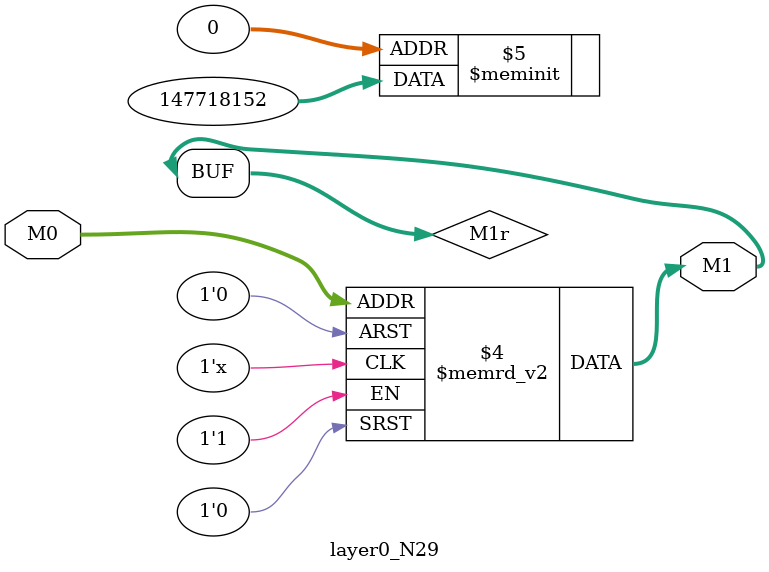
<source format=v>
module layer0_N29 ( input [3:0] M0, output [1:0] M1 );

	(*rom_style = "distributed" *) reg [1:0] M1r;
	assign M1 = M1r;
	always @ (M0) begin
		case (M0)
			4'b0000: M1r = 2'b00;
			4'b1000: M1r = 2'b10;
			4'b0100: M1r = 2'b00;
			4'b1100: M1r = 2'b00;
			4'b0010: M1r = 2'b00;
			4'b1010: M1r = 2'b00;
			4'b0110: M1r = 2'b00;
			4'b1110: M1r = 2'b00;
			4'b0001: M1r = 2'b10;
			4'b1001: M1r = 2'b11;
			4'b0101: M1r = 2'b00;
			4'b1101: M1r = 2'b10;
			4'b0011: M1r = 2'b00;
			4'b1011: M1r = 2'b11;
			4'b0111: M1r = 2'b00;
			4'b1111: M1r = 2'b00;

		endcase
	end
endmodule

</source>
